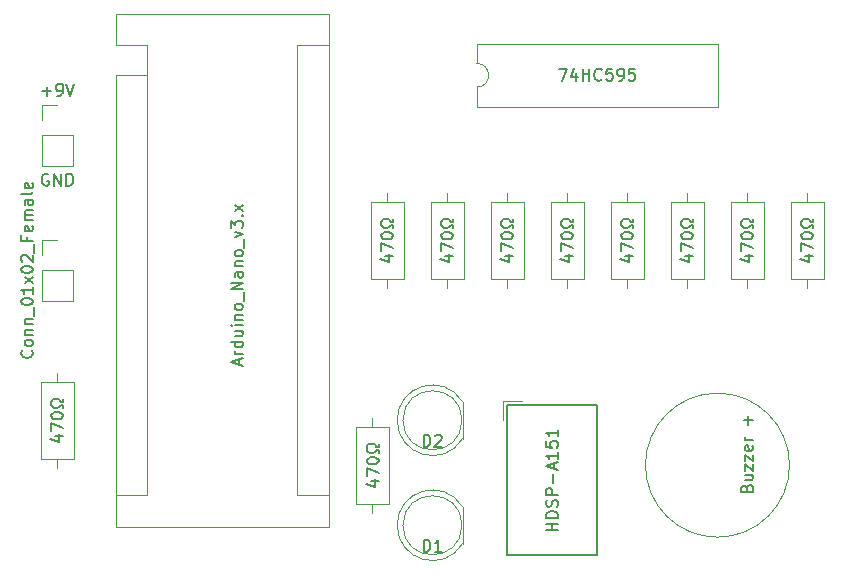
<source format=gbr>
G04 #@! TF.GenerationSoftware,KiCad,Pcbnew,(5.1.5)-3*
G04 #@! TF.CreationDate,2020-04-04T21:06:30+02:00*
G04 #@! TF.ProjectId,BuzzDuino,42757a7a-4475-4696-9e6f-2e6b69636164,rev?*
G04 #@! TF.SameCoordinates,Original*
G04 #@! TF.FileFunction,Legend,Top*
G04 #@! TF.FilePolarity,Positive*
%FSLAX46Y46*%
G04 Gerber Fmt 4.6, Leading zero omitted, Abs format (unit mm)*
G04 Created by KiCad (PCBNEW (5.1.5)-3) date 2020-04-04 21:06:30*
%MOMM*%
%LPD*%
G04 APERTURE LIST*
%ADD10C,0.120000*%
%ADD11C,0.150000*%
G04 APERTURE END LIST*
D10*
X137100000Y-78630000D02*
X137100000Y-80280000D01*
X157540000Y-78630000D02*
X137100000Y-78630000D01*
X157540000Y-83930000D02*
X157540000Y-78630000D01*
X137100000Y-83930000D02*
X157540000Y-83930000D01*
X137100000Y-82280000D02*
X137100000Y-83930000D01*
X137100000Y-80280000D02*
G75*
G02X137100000Y-82280000I0J-1000000D01*
G01*
X128270000Y-110260000D02*
X128270000Y-111030000D01*
X128270000Y-118340000D02*
X128270000Y-117570000D01*
X126900000Y-111030000D02*
X126900000Y-117570000D01*
X129640000Y-111030000D02*
X126900000Y-111030000D01*
X129640000Y-117570000D02*
X129640000Y-111030000D01*
X126900000Y-117570000D02*
X129640000Y-117570000D01*
X101600000Y-114530000D02*
X101600000Y-113760000D01*
X101600000Y-106450000D02*
X101600000Y-107220000D01*
X102970000Y-113760000D02*
X102970000Y-107220000D01*
X100230000Y-113760000D02*
X102970000Y-113760000D01*
X100230000Y-107220000D02*
X100230000Y-113760000D01*
X102970000Y-107220000D02*
X100230000Y-107220000D01*
X100270000Y-95190000D02*
X101600000Y-95190000D01*
X100270000Y-96520000D02*
X100270000Y-95190000D01*
X100270000Y-97790000D02*
X102930000Y-97790000D01*
X102930000Y-97790000D02*
X102930000Y-100390000D01*
X100270000Y-97790000D02*
X100270000Y-100390000D01*
X100270000Y-100390000D02*
X102930000Y-100390000D01*
X100270000Y-83760000D02*
X101600000Y-83760000D01*
X100270000Y-85090000D02*
X100270000Y-83760000D01*
X100270000Y-86360000D02*
X102930000Y-86360000D01*
X102930000Y-86360000D02*
X102930000Y-88960000D01*
X100270000Y-86360000D02*
X100270000Y-88960000D01*
X100270000Y-88960000D02*
X102930000Y-88960000D01*
X124590000Y-76070000D02*
X106550000Y-76070000D01*
X124590000Y-119510000D02*
X124590000Y-76070000D01*
X106550000Y-119510000D02*
X124590000Y-119510000D01*
X109220000Y-116840000D02*
X106550000Y-116840000D01*
X109220000Y-81280000D02*
X109220000Y-116840000D01*
X109220000Y-81280000D02*
X106550000Y-81280000D01*
X121920000Y-116840000D02*
X124590000Y-116840000D01*
X121920000Y-78740000D02*
X121920000Y-116840000D01*
X121920000Y-78740000D02*
X124590000Y-78740000D01*
X106550000Y-76070000D02*
X106550000Y-78740000D01*
X106550000Y-81280000D02*
X106550000Y-119510000D01*
X109220000Y-78740000D02*
X106550000Y-78740000D01*
X109220000Y-81280000D02*
X109220000Y-78740000D01*
X160020000Y-91210000D02*
X160020000Y-91980000D01*
X160020000Y-99290000D02*
X160020000Y-98520000D01*
X158650000Y-91980000D02*
X158650000Y-98520000D01*
X161390000Y-91980000D02*
X158650000Y-91980000D01*
X161390000Y-98520000D02*
X161390000Y-91980000D01*
X158650000Y-98520000D02*
X161390000Y-98520000D01*
X163580000Y-114290000D02*
G75*
G03X163580000Y-114290000I-6100000J0D01*
G01*
X139340000Y-108860000D02*
X140970000Y-108860000D01*
X139340000Y-110490000D02*
X139340000Y-108860000D01*
D11*
X147320000Y-121920000D02*
X147320000Y-109220000D01*
X139700000Y-121920000D02*
X147320000Y-121920000D01*
X139700000Y-109220000D02*
X139700000Y-121920000D01*
X147320000Y-109220000D02*
X139700000Y-109220000D01*
D10*
X154940000Y-91210000D02*
X154940000Y-91980000D01*
X154940000Y-99290000D02*
X154940000Y-98520000D01*
X153570000Y-91980000D02*
X153570000Y-98520000D01*
X156310000Y-91980000D02*
X153570000Y-91980000D01*
X156310000Y-98520000D02*
X156310000Y-91980000D01*
X153570000Y-98520000D02*
X156310000Y-98520000D01*
X149860000Y-91210000D02*
X149860000Y-91980000D01*
X149860000Y-99290000D02*
X149860000Y-98520000D01*
X148490000Y-91980000D02*
X148490000Y-98520000D01*
X151230000Y-91980000D02*
X148490000Y-91980000D01*
X151230000Y-98520000D02*
X151230000Y-91980000D01*
X148490000Y-98520000D02*
X151230000Y-98520000D01*
X144780000Y-91210000D02*
X144780000Y-91980000D01*
X144780000Y-99290000D02*
X144780000Y-98520000D01*
X143410000Y-91980000D02*
X143410000Y-98520000D01*
X146150000Y-91980000D02*
X143410000Y-91980000D01*
X146150000Y-98520000D02*
X146150000Y-91980000D01*
X143410000Y-98520000D02*
X146150000Y-98520000D01*
X139700000Y-91210000D02*
X139700000Y-91980000D01*
X139700000Y-99290000D02*
X139700000Y-98520000D01*
X138330000Y-91980000D02*
X138330000Y-98520000D01*
X141070000Y-91980000D02*
X138330000Y-91980000D01*
X141070000Y-98520000D02*
X141070000Y-91980000D01*
X138330000Y-98520000D02*
X141070000Y-98520000D01*
X134620000Y-91210000D02*
X134620000Y-91980000D01*
X134620000Y-99290000D02*
X134620000Y-98520000D01*
X133250000Y-91980000D02*
X133250000Y-98520000D01*
X135990000Y-91980000D02*
X133250000Y-91980000D01*
X135990000Y-98520000D02*
X135990000Y-91980000D01*
X133250000Y-98520000D02*
X135990000Y-98520000D01*
X129540000Y-91210000D02*
X129540000Y-91980000D01*
X129540000Y-99290000D02*
X129540000Y-98520000D01*
X128170000Y-91980000D02*
X128170000Y-98520000D01*
X130910000Y-91980000D02*
X128170000Y-91980000D01*
X130910000Y-98520000D02*
X130910000Y-91980000D01*
X128170000Y-98520000D02*
X130910000Y-98520000D01*
X165100000Y-91210000D02*
X165100000Y-91980000D01*
X165100000Y-99290000D02*
X165100000Y-98520000D01*
X163730000Y-91980000D02*
X163730000Y-98520000D01*
X166470000Y-91980000D02*
X163730000Y-91980000D01*
X166470000Y-98520000D02*
X166470000Y-91980000D01*
X163730000Y-98520000D02*
X166470000Y-98520000D01*
X135910000Y-112035000D02*
X135910000Y-108945000D01*
X135850000Y-110490000D02*
G75*
G03X135850000Y-110490000I-2500000J0D01*
G01*
X130360000Y-110490462D02*
G75*
G02X135910000Y-108945170I2990000J462D01*
G01*
X130360000Y-110489538D02*
G75*
G03X135910000Y-112034830I2990000J-462D01*
G01*
X135910000Y-120925000D02*
X135910000Y-117835000D01*
X135850000Y-119380000D02*
G75*
G03X135850000Y-119380000I-2500000J0D01*
G01*
X130360000Y-119380462D02*
G75*
G02X135910000Y-117835170I2990000J462D01*
G01*
X130360000Y-119379538D02*
G75*
G03X135910000Y-120924830I2990000J-462D01*
G01*
D11*
X144058095Y-80732380D02*
X144724761Y-80732380D01*
X144296190Y-81732380D01*
X145534285Y-81065714D02*
X145534285Y-81732380D01*
X145296190Y-80684761D02*
X145058095Y-81399047D01*
X145677142Y-81399047D01*
X146058095Y-81732380D02*
X146058095Y-80732380D01*
X146058095Y-81208571D02*
X146629523Y-81208571D01*
X146629523Y-81732380D02*
X146629523Y-80732380D01*
X147677142Y-81637142D02*
X147629523Y-81684761D01*
X147486666Y-81732380D01*
X147391428Y-81732380D01*
X147248571Y-81684761D01*
X147153333Y-81589523D01*
X147105714Y-81494285D01*
X147058095Y-81303809D01*
X147058095Y-81160952D01*
X147105714Y-80970476D01*
X147153333Y-80875238D01*
X147248571Y-80780000D01*
X147391428Y-80732380D01*
X147486666Y-80732380D01*
X147629523Y-80780000D01*
X147677142Y-80827619D01*
X148581904Y-80732380D02*
X148105714Y-80732380D01*
X148058095Y-81208571D01*
X148105714Y-81160952D01*
X148200952Y-81113333D01*
X148439047Y-81113333D01*
X148534285Y-81160952D01*
X148581904Y-81208571D01*
X148629523Y-81303809D01*
X148629523Y-81541904D01*
X148581904Y-81637142D01*
X148534285Y-81684761D01*
X148439047Y-81732380D01*
X148200952Y-81732380D01*
X148105714Y-81684761D01*
X148058095Y-81637142D01*
X149105714Y-81732380D02*
X149296190Y-81732380D01*
X149391428Y-81684761D01*
X149439047Y-81637142D01*
X149534285Y-81494285D01*
X149581904Y-81303809D01*
X149581904Y-80922857D01*
X149534285Y-80827619D01*
X149486666Y-80780000D01*
X149391428Y-80732380D01*
X149200952Y-80732380D01*
X149105714Y-80780000D01*
X149058095Y-80827619D01*
X149010476Y-80922857D01*
X149010476Y-81160952D01*
X149058095Y-81256190D01*
X149105714Y-81303809D01*
X149200952Y-81351428D01*
X149391428Y-81351428D01*
X149486666Y-81303809D01*
X149534285Y-81256190D01*
X149581904Y-81160952D01*
X150486666Y-80732380D02*
X150010476Y-80732380D01*
X149962857Y-81208571D01*
X150010476Y-81160952D01*
X150105714Y-81113333D01*
X150343809Y-81113333D01*
X150439047Y-81160952D01*
X150486666Y-81208571D01*
X150534285Y-81303809D01*
X150534285Y-81541904D01*
X150486666Y-81637142D01*
X150439047Y-81684761D01*
X150343809Y-81732380D01*
X150105714Y-81732380D01*
X150010476Y-81684761D01*
X149962857Y-81637142D01*
X128115714Y-115633333D02*
X128782380Y-115633333D01*
X127734761Y-115871428D02*
X128449047Y-116109523D01*
X128449047Y-115490476D01*
X127782380Y-115204761D02*
X127782380Y-114538095D01*
X128782380Y-114966666D01*
X127782380Y-113966666D02*
X127782380Y-113871428D01*
X127830000Y-113776190D01*
X127877619Y-113728571D01*
X127972857Y-113680952D01*
X128163333Y-113633333D01*
X128401428Y-113633333D01*
X128591904Y-113680952D01*
X128687142Y-113728571D01*
X128734761Y-113776190D01*
X128782380Y-113871428D01*
X128782380Y-113966666D01*
X128734761Y-114061904D01*
X128687142Y-114109523D01*
X128591904Y-114157142D01*
X128401428Y-114204761D01*
X128163333Y-114204761D01*
X127972857Y-114157142D01*
X127877619Y-114109523D01*
X127830000Y-114061904D01*
X127782380Y-113966666D01*
X128782380Y-113252380D02*
X128782380Y-113014285D01*
X128591904Y-113014285D01*
X128544285Y-113109523D01*
X128449047Y-113204761D01*
X128306190Y-113252380D01*
X128068095Y-113252380D01*
X127925238Y-113204761D01*
X127830000Y-113109523D01*
X127782380Y-112966666D01*
X127782380Y-112776190D01*
X127830000Y-112633333D01*
X127925238Y-112538095D01*
X128068095Y-112490476D01*
X128306190Y-112490476D01*
X128449047Y-112538095D01*
X128544285Y-112633333D01*
X128591904Y-112728571D01*
X128782380Y-112728571D01*
X128782380Y-112490476D01*
X101385714Y-111823333D02*
X102052380Y-111823333D01*
X101004761Y-112061428D02*
X101719047Y-112299523D01*
X101719047Y-111680476D01*
X101052380Y-111394761D02*
X101052380Y-110728095D01*
X102052380Y-111156666D01*
X101052380Y-110156666D02*
X101052380Y-110061428D01*
X101100000Y-109966190D01*
X101147619Y-109918571D01*
X101242857Y-109870952D01*
X101433333Y-109823333D01*
X101671428Y-109823333D01*
X101861904Y-109870952D01*
X101957142Y-109918571D01*
X102004761Y-109966190D01*
X102052380Y-110061428D01*
X102052380Y-110156666D01*
X102004761Y-110251904D01*
X101957142Y-110299523D01*
X101861904Y-110347142D01*
X101671428Y-110394761D01*
X101433333Y-110394761D01*
X101242857Y-110347142D01*
X101147619Y-110299523D01*
X101100000Y-110251904D01*
X101052380Y-110156666D01*
X102052380Y-109442380D02*
X102052380Y-109204285D01*
X101861904Y-109204285D01*
X101814285Y-109299523D01*
X101719047Y-109394761D01*
X101576190Y-109442380D01*
X101338095Y-109442380D01*
X101195238Y-109394761D01*
X101100000Y-109299523D01*
X101052380Y-109156666D01*
X101052380Y-108966190D01*
X101100000Y-108823333D01*
X101195238Y-108728095D01*
X101338095Y-108680476D01*
X101576190Y-108680476D01*
X101719047Y-108728095D01*
X101814285Y-108823333D01*
X101861904Y-108918571D01*
X102052380Y-108918571D01*
X102052380Y-108680476D01*
X99417142Y-104575714D02*
X99464761Y-104623333D01*
X99512380Y-104766190D01*
X99512380Y-104861428D01*
X99464761Y-105004285D01*
X99369523Y-105099523D01*
X99274285Y-105147142D01*
X99083809Y-105194761D01*
X98940952Y-105194761D01*
X98750476Y-105147142D01*
X98655238Y-105099523D01*
X98560000Y-105004285D01*
X98512380Y-104861428D01*
X98512380Y-104766190D01*
X98560000Y-104623333D01*
X98607619Y-104575714D01*
X99512380Y-104004285D02*
X99464761Y-104099523D01*
X99417142Y-104147142D01*
X99321904Y-104194761D01*
X99036190Y-104194761D01*
X98940952Y-104147142D01*
X98893333Y-104099523D01*
X98845714Y-104004285D01*
X98845714Y-103861428D01*
X98893333Y-103766190D01*
X98940952Y-103718571D01*
X99036190Y-103670952D01*
X99321904Y-103670952D01*
X99417142Y-103718571D01*
X99464761Y-103766190D01*
X99512380Y-103861428D01*
X99512380Y-104004285D01*
X98845714Y-103242380D02*
X99512380Y-103242380D01*
X98940952Y-103242380D02*
X98893333Y-103194761D01*
X98845714Y-103099523D01*
X98845714Y-102956666D01*
X98893333Y-102861428D01*
X98988571Y-102813809D01*
X99512380Y-102813809D01*
X98845714Y-102337619D02*
X99512380Y-102337619D01*
X98940952Y-102337619D02*
X98893333Y-102290000D01*
X98845714Y-102194761D01*
X98845714Y-102051904D01*
X98893333Y-101956666D01*
X98988571Y-101909047D01*
X99512380Y-101909047D01*
X99607619Y-101670952D02*
X99607619Y-100909047D01*
X98512380Y-100480476D02*
X98512380Y-100385238D01*
X98560000Y-100290000D01*
X98607619Y-100242380D01*
X98702857Y-100194761D01*
X98893333Y-100147142D01*
X99131428Y-100147142D01*
X99321904Y-100194761D01*
X99417142Y-100242380D01*
X99464761Y-100290000D01*
X99512380Y-100385238D01*
X99512380Y-100480476D01*
X99464761Y-100575714D01*
X99417142Y-100623333D01*
X99321904Y-100670952D01*
X99131428Y-100718571D01*
X98893333Y-100718571D01*
X98702857Y-100670952D01*
X98607619Y-100623333D01*
X98560000Y-100575714D01*
X98512380Y-100480476D01*
X99512380Y-99194761D02*
X99512380Y-99766190D01*
X99512380Y-99480476D02*
X98512380Y-99480476D01*
X98655238Y-99575714D01*
X98750476Y-99670952D01*
X98798095Y-99766190D01*
X99512380Y-98861428D02*
X98845714Y-98337619D01*
X98845714Y-98861428D02*
X99512380Y-98337619D01*
X98512380Y-97766190D02*
X98512380Y-97670952D01*
X98560000Y-97575714D01*
X98607619Y-97528095D01*
X98702857Y-97480476D01*
X98893333Y-97432857D01*
X99131428Y-97432857D01*
X99321904Y-97480476D01*
X99417142Y-97528095D01*
X99464761Y-97575714D01*
X99512380Y-97670952D01*
X99512380Y-97766190D01*
X99464761Y-97861428D01*
X99417142Y-97909047D01*
X99321904Y-97956666D01*
X99131428Y-98004285D01*
X98893333Y-98004285D01*
X98702857Y-97956666D01*
X98607619Y-97909047D01*
X98560000Y-97861428D01*
X98512380Y-97766190D01*
X98607619Y-97051904D02*
X98560000Y-97004285D01*
X98512380Y-96909047D01*
X98512380Y-96670952D01*
X98560000Y-96575714D01*
X98607619Y-96528095D01*
X98702857Y-96480476D01*
X98798095Y-96480476D01*
X98940952Y-96528095D01*
X99512380Y-97099523D01*
X99512380Y-96480476D01*
X99607619Y-96290000D02*
X99607619Y-95528095D01*
X98988571Y-94956666D02*
X98988571Y-95290000D01*
X99512380Y-95290000D02*
X98512380Y-95290000D01*
X98512380Y-94813809D01*
X99464761Y-94051904D02*
X99512380Y-94147142D01*
X99512380Y-94337619D01*
X99464761Y-94432857D01*
X99369523Y-94480476D01*
X98988571Y-94480476D01*
X98893333Y-94432857D01*
X98845714Y-94337619D01*
X98845714Y-94147142D01*
X98893333Y-94051904D01*
X98988571Y-94004285D01*
X99083809Y-94004285D01*
X99179047Y-94480476D01*
X99512380Y-93575714D02*
X98845714Y-93575714D01*
X98940952Y-93575714D02*
X98893333Y-93528095D01*
X98845714Y-93432857D01*
X98845714Y-93290000D01*
X98893333Y-93194761D01*
X98988571Y-93147142D01*
X99512380Y-93147142D01*
X98988571Y-93147142D02*
X98893333Y-93099523D01*
X98845714Y-93004285D01*
X98845714Y-92861428D01*
X98893333Y-92766190D01*
X98988571Y-92718571D01*
X99512380Y-92718571D01*
X99512380Y-91813809D02*
X98988571Y-91813809D01*
X98893333Y-91861428D01*
X98845714Y-91956666D01*
X98845714Y-92147142D01*
X98893333Y-92242380D01*
X99464761Y-91813809D02*
X99512380Y-91909047D01*
X99512380Y-92147142D01*
X99464761Y-92242380D01*
X99369523Y-92290000D01*
X99274285Y-92290000D01*
X99179047Y-92242380D01*
X99131428Y-92147142D01*
X99131428Y-91909047D01*
X99083809Y-91813809D01*
X99512380Y-91194761D02*
X99464761Y-91290000D01*
X99369523Y-91337619D01*
X98512380Y-91337619D01*
X99464761Y-90432857D02*
X99512380Y-90528095D01*
X99512380Y-90718571D01*
X99464761Y-90813809D01*
X99369523Y-90861428D01*
X98988571Y-90861428D01*
X98893333Y-90813809D01*
X98845714Y-90718571D01*
X98845714Y-90528095D01*
X98893333Y-90432857D01*
X98988571Y-90385238D01*
X99083809Y-90385238D01*
X99179047Y-90861428D01*
X100838095Y-89670000D02*
X100742857Y-89622380D01*
X100600000Y-89622380D01*
X100457142Y-89670000D01*
X100361904Y-89765238D01*
X100314285Y-89860476D01*
X100266666Y-90050952D01*
X100266666Y-90193809D01*
X100314285Y-90384285D01*
X100361904Y-90479523D01*
X100457142Y-90574761D01*
X100600000Y-90622380D01*
X100695238Y-90622380D01*
X100838095Y-90574761D01*
X100885714Y-90527142D01*
X100885714Y-90193809D01*
X100695238Y-90193809D01*
X101314285Y-90622380D02*
X101314285Y-89622380D01*
X101885714Y-90622380D01*
X101885714Y-89622380D01*
X102361904Y-90622380D02*
X102361904Y-89622380D01*
X102600000Y-89622380D01*
X102742857Y-89670000D01*
X102838095Y-89765238D01*
X102885714Y-89860476D01*
X102933333Y-90050952D01*
X102933333Y-90193809D01*
X102885714Y-90384285D01*
X102838095Y-90479523D01*
X102742857Y-90574761D01*
X102600000Y-90622380D01*
X102361904Y-90622380D01*
X100314285Y-82621428D02*
X101076190Y-82621428D01*
X100695238Y-83002380D02*
X100695238Y-82240476D01*
X101600000Y-83002380D02*
X101790476Y-83002380D01*
X101885714Y-82954761D01*
X101933333Y-82907142D01*
X102028571Y-82764285D01*
X102076190Y-82573809D01*
X102076190Y-82192857D01*
X102028571Y-82097619D01*
X101980952Y-82050000D01*
X101885714Y-82002380D01*
X101695238Y-82002380D01*
X101600000Y-82050000D01*
X101552380Y-82097619D01*
X101504761Y-82192857D01*
X101504761Y-82430952D01*
X101552380Y-82526190D01*
X101600000Y-82573809D01*
X101695238Y-82621428D01*
X101885714Y-82621428D01*
X101980952Y-82573809D01*
X102028571Y-82526190D01*
X102076190Y-82430952D01*
X102361904Y-82002380D02*
X102695238Y-83002380D01*
X103028571Y-82002380D01*
X117006666Y-105798095D02*
X117006666Y-105321904D01*
X117292380Y-105893333D02*
X116292380Y-105560000D01*
X117292380Y-105226666D01*
X117292380Y-104893333D02*
X116625714Y-104893333D01*
X116816190Y-104893333D02*
X116720952Y-104845714D01*
X116673333Y-104798095D01*
X116625714Y-104702857D01*
X116625714Y-104607619D01*
X117292380Y-103845714D02*
X116292380Y-103845714D01*
X117244761Y-103845714D02*
X117292380Y-103940952D01*
X117292380Y-104131428D01*
X117244761Y-104226666D01*
X117197142Y-104274285D01*
X117101904Y-104321904D01*
X116816190Y-104321904D01*
X116720952Y-104274285D01*
X116673333Y-104226666D01*
X116625714Y-104131428D01*
X116625714Y-103940952D01*
X116673333Y-103845714D01*
X116625714Y-102940952D02*
X117292380Y-102940952D01*
X116625714Y-103369523D02*
X117149523Y-103369523D01*
X117244761Y-103321904D01*
X117292380Y-103226666D01*
X117292380Y-103083809D01*
X117244761Y-102988571D01*
X117197142Y-102940952D01*
X117292380Y-102464761D02*
X116625714Y-102464761D01*
X116292380Y-102464761D02*
X116340000Y-102512380D01*
X116387619Y-102464761D01*
X116340000Y-102417142D01*
X116292380Y-102464761D01*
X116387619Y-102464761D01*
X116625714Y-101988571D02*
X117292380Y-101988571D01*
X116720952Y-101988571D02*
X116673333Y-101940952D01*
X116625714Y-101845714D01*
X116625714Y-101702857D01*
X116673333Y-101607619D01*
X116768571Y-101560000D01*
X117292380Y-101560000D01*
X117292380Y-100940952D02*
X117244761Y-101036190D01*
X117197142Y-101083809D01*
X117101904Y-101131428D01*
X116816190Y-101131428D01*
X116720952Y-101083809D01*
X116673333Y-101036190D01*
X116625714Y-100940952D01*
X116625714Y-100798095D01*
X116673333Y-100702857D01*
X116720952Y-100655238D01*
X116816190Y-100607619D01*
X117101904Y-100607619D01*
X117197142Y-100655238D01*
X117244761Y-100702857D01*
X117292380Y-100798095D01*
X117292380Y-100940952D01*
X117387619Y-100417142D02*
X117387619Y-99655238D01*
X117292380Y-99417142D02*
X116292380Y-99417142D01*
X117292380Y-98845714D01*
X116292380Y-98845714D01*
X117292380Y-97940952D02*
X116768571Y-97940952D01*
X116673333Y-97988571D01*
X116625714Y-98083809D01*
X116625714Y-98274285D01*
X116673333Y-98369523D01*
X117244761Y-97940952D02*
X117292380Y-98036190D01*
X117292380Y-98274285D01*
X117244761Y-98369523D01*
X117149523Y-98417142D01*
X117054285Y-98417142D01*
X116959047Y-98369523D01*
X116911428Y-98274285D01*
X116911428Y-98036190D01*
X116863809Y-97940952D01*
X116625714Y-97464761D02*
X117292380Y-97464761D01*
X116720952Y-97464761D02*
X116673333Y-97417142D01*
X116625714Y-97321904D01*
X116625714Y-97179047D01*
X116673333Y-97083809D01*
X116768571Y-97036190D01*
X117292380Y-97036190D01*
X117292380Y-96417142D02*
X117244761Y-96512380D01*
X117197142Y-96560000D01*
X117101904Y-96607619D01*
X116816190Y-96607619D01*
X116720952Y-96560000D01*
X116673333Y-96512380D01*
X116625714Y-96417142D01*
X116625714Y-96274285D01*
X116673333Y-96179047D01*
X116720952Y-96131428D01*
X116816190Y-96083809D01*
X117101904Y-96083809D01*
X117197142Y-96131428D01*
X117244761Y-96179047D01*
X117292380Y-96274285D01*
X117292380Y-96417142D01*
X117387619Y-95893333D02*
X117387619Y-95131428D01*
X116625714Y-94988571D02*
X117292380Y-94750476D01*
X116625714Y-94512380D01*
X116292380Y-94226666D02*
X116292380Y-93607619D01*
X116673333Y-93940952D01*
X116673333Y-93798095D01*
X116720952Y-93702857D01*
X116768571Y-93655238D01*
X116863809Y-93607619D01*
X117101904Y-93607619D01*
X117197142Y-93655238D01*
X117244761Y-93702857D01*
X117292380Y-93798095D01*
X117292380Y-94083809D01*
X117244761Y-94179047D01*
X117197142Y-94226666D01*
X117197142Y-93179047D02*
X117244761Y-93131428D01*
X117292380Y-93179047D01*
X117244761Y-93226666D01*
X117197142Y-93179047D01*
X117292380Y-93179047D01*
X117292380Y-92798095D02*
X116625714Y-92274285D01*
X116625714Y-92798095D02*
X117292380Y-92274285D01*
X159805714Y-96583333D02*
X160472380Y-96583333D01*
X159424761Y-96821428D02*
X160139047Y-97059523D01*
X160139047Y-96440476D01*
X159472380Y-96154761D02*
X159472380Y-95488095D01*
X160472380Y-95916666D01*
X159472380Y-94916666D02*
X159472380Y-94821428D01*
X159520000Y-94726190D01*
X159567619Y-94678571D01*
X159662857Y-94630952D01*
X159853333Y-94583333D01*
X160091428Y-94583333D01*
X160281904Y-94630952D01*
X160377142Y-94678571D01*
X160424761Y-94726190D01*
X160472380Y-94821428D01*
X160472380Y-94916666D01*
X160424761Y-95011904D01*
X160377142Y-95059523D01*
X160281904Y-95107142D01*
X160091428Y-95154761D01*
X159853333Y-95154761D01*
X159662857Y-95107142D01*
X159567619Y-95059523D01*
X159520000Y-95011904D01*
X159472380Y-94916666D01*
X160472380Y-94202380D02*
X160472380Y-93964285D01*
X160281904Y-93964285D01*
X160234285Y-94059523D01*
X160139047Y-94154761D01*
X159996190Y-94202380D01*
X159758095Y-94202380D01*
X159615238Y-94154761D01*
X159520000Y-94059523D01*
X159472380Y-93916666D01*
X159472380Y-93726190D01*
X159520000Y-93583333D01*
X159615238Y-93488095D01*
X159758095Y-93440476D01*
X159996190Y-93440476D01*
X160139047Y-93488095D01*
X160234285Y-93583333D01*
X160281904Y-93678571D01*
X160472380Y-93678571D01*
X160472380Y-93440476D01*
X159948571Y-116228571D02*
X159996190Y-116085714D01*
X160043809Y-116038095D01*
X160139047Y-115990476D01*
X160281904Y-115990476D01*
X160377142Y-116038095D01*
X160424761Y-116085714D01*
X160472380Y-116180952D01*
X160472380Y-116561904D01*
X159472380Y-116561904D01*
X159472380Y-116228571D01*
X159520000Y-116133333D01*
X159567619Y-116085714D01*
X159662857Y-116038095D01*
X159758095Y-116038095D01*
X159853333Y-116085714D01*
X159900952Y-116133333D01*
X159948571Y-116228571D01*
X159948571Y-116561904D01*
X159805714Y-115133333D02*
X160472380Y-115133333D01*
X159805714Y-115561904D02*
X160329523Y-115561904D01*
X160424761Y-115514285D01*
X160472380Y-115419047D01*
X160472380Y-115276190D01*
X160424761Y-115180952D01*
X160377142Y-115133333D01*
X159805714Y-114752380D02*
X159805714Y-114228571D01*
X160472380Y-114752380D01*
X160472380Y-114228571D01*
X159805714Y-113942857D02*
X159805714Y-113419047D01*
X160472380Y-113942857D01*
X160472380Y-113419047D01*
X160424761Y-112657142D02*
X160472380Y-112752380D01*
X160472380Y-112942857D01*
X160424761Y-113038095D01*
X160329523Y-113085714D01*
X159948571Y-113085714D01*
X159853333Y-113038095D01*
X159805714Y-112942857D01*
X159805714Y-112752380D01*
X159853333Y-112657142D01*
X159948571Y-112609523D01*
X160043809Y-112609523D01*
X160139047Y-113085714D01*
X160472380Y-112180952D02*
X159805714Y-112180952D01*
X159996190Y-112180952D02*
X159900952Y-112133333D01*
X159853333Y-112085714D01*
X159805714Y-111990476D01*
X159805714Y-111895238D01*
X160091428Y-110860952D02*
X160091428Y-110099047D01*
X160472380Y-110480000D02*
X159710476Y-110480000D01*
X143962380Y-119808095D02*
X142962380Y-119808095D01*
X143438571Y-119808095D02*
X143438571Y-119236666D01*
X143962380Y-119236666D02*
X142962380Y-119236666D01*
X143962380Y-118760476D02*
X142962380Y-118760476D01*
X142962380Y-118522380D01*
X143010000Y-118379523D01*
X143105238Y-118284285D01*
X143200476Y-118236666D01*
X143390952Y-118189047D01*
X143533809Y-118189047D01*
X143724285Y-118236666D01*
X143819523Y-118284285D01*
X143914761Y-118379523D01*
X143962380Y-118522380D01*
X143962380Y-118760476D01*
X143914761Y-117808095D02*
X143962380Y-117665238D01*
X143962380Y-117427142D01*
X143914761Y-117331904D01*
X143867142Y-117284285D01*
X143771904Y-117236666D01*
X143676666Y-117236666D01*
X143581428Y-117284285D01*
X143533809Y-117331904D01*
X143486190Y-117427142D01*
X143438571Y-117617619D01*
X143390952Y-117712857D01*
X143343333Y-117760476D01*
X143248095Y-117808095D01*
X143152857Y-117808095D01*
X143057619Y-117760476D01*
X143010000Y-117712857D01*
X142962380Y-117617619D01*
X142962380Y-117379523D01*
X143010000Y-117236666D01*
X143962380Y-116808095D02*
X142962380Y-116808095D01*
X142962380Y-116427142D01*
X143010000Y-116331904D01*
X143057619Y-116284285D01*
X143152857Y-116236666D01*
X143295714Y-116236666D01*
X143390952Y-116284285D01*
X143438571Y-116331904D01*
X143486190Y-116427142D01*
X143486190Y-116808095D01*
X143581428Y-115808095D02*
X143581428Y-115046190D01*
X143676666Y-114617619D02*
X143676666Y-114141428D01*
X143962380Y-114712857D02*
X142962380Y-114379523D01*
X143962380Y-114046190D01*
X143962380Y-113189047D02*
X143962380Y-113760476D01*
X143962380Y-113474761D02*
X142962380Y-113474761D01*
X143105238Y-113570000D01*
X143200476Y-113665238D01*
X143248095Y-113760476D01*
X142962380Y-112284285D02*
X142962380Y-112760476D01*
X143438571Y-112808095D01*
X143390952Y-112760476D01*
X143343333Y-112665238D01*
X143343333Y-112427142D01*
X143390952Y-112331904D01*
X143438571Y-112284285D01*
X143533809Y-112236666D01*
X143771904Y-112236666D01*
X143867142Y-112284285D01*
X143914761Y-112331904D01*
X143962380Y-112427142D01*
X143962380Y-112665238D01*
X143914761Y-112760476D01*
X143867142Y-112808095D01*
X143962380Y-111284285D02*
X143962380Y-111855714D01*
X143962380Y-111570000D02*
X142962380Y-111570000D01*
X143105238Y-111665238D01*
X143200476Y-111760476D01*
X143248095Y-111855714D01*
X154725714Y-96583333D02*
X155392380Y-96583333D01*
X154344761Y-96821428D02*
X155059047Y-97059523D01*
X155059047Y-96440476D01*
X154392380Y-96154761D02*
X154392380Y-95488095D01*
X155392380Y-95916666D01*
X154392380Y-94916666D02*
X154392380Y-94821428D01*
X154440000Y-94726190D01*
X154487619Y-94678571D01*
X154582857Y-94630952D01*
X154773333Y-94583333D01*
X155011428Y-94583333D01*
X155201904Y-94630952D01*
X155297142Y-94678571D01*
X155344761Y-94726190D01*
X155392380Y-94821428D01*
X155392380Y-94916666D01*
X155344761Y-95011904D01*
X155297142Y-95059523D01*
X155201904Y-95107142D01*
X155011428Y-95154761D01*
X154773333Y-95154761D01*
X154582857Y-95107142D01*
X154487619Y-95059523D01*
X154440000Y-95011904D01*
X154392380Y-94916666D01*
X155392380Y-94202380D02*
X155392380Y-93964285D01*
X155201904Y-93964285D01*
X155154285Y-94059523D01*
X155059047Y-94154761D01*
X154916190Y-94202380D01*
X154678095Y-94202380D01*
X154535238Y-94154761D01*
X154440000Y-94059523D01*
X154392380Y-93916666D01*
X154392380Y-93726190D01*
X154440000Y-93583333D01*
X154535238Y-93488095D01*
X154678095Y-93440476D01*
X154916190Y-93440476D01*
X155059047Y-93488095D01*
X155154285Y-93583333D01*
X155201904Y-93678571D01*
X155392380Y-93678571D01*
X155392380Y-93440476D01*
X149645714Y-96583333D02*
X150312380Y-96583333D01*
X149264761Y-96821428D02*
X149979047Y-97059523D01*
X149979047Y-96440476D01*
X149312380Y-96154761D02*
X149312380Y-95488095D01*
X150312380Y-95916666D01*
X149312380Y-94916666D02*
X149312380Y-94821428D01*
X149360000Y-94726190D01*
X149407619Y-94678571D01*
X149502857Y-94630952D01*
X149693333Y-94583333D01*
X149931428Y-94583333D01*
X150121904Y-94630952D01*
X150217142Y-94678571D01*
X150264761Y-94726190D01*
X150312380Y-94821428D01*
X150312380Y-94916666D01*
X150264761Y-95011904D01*
X150217142Y-95059523D01*
X150121904Y-95107142D01*
X149931428Y-95154761D01*
X149693333Y-95154761D01*
X149502857Y-95107142D01*
X149407619Y-95059523D01*
X149360000Y-95011904D01*
X149312380Y-94916666D01*
X150312380Y-94202380D02*
X150312380Y-93964285D01*
X150121904Y-93964285D01*
X150074285Y-94059523D01*
X149979047Y-94154761D01*
X149836190Y-94202380D01*
X149598095Y-94202380D01*
X149455238Y-94154761D01*
X149360000Y-94059523D01*
X149312380Y-93916666D01*
X149312380Y-93726190D01*
X149360000Y-93583333D01*
X149455238Y-93488095D01*
X149598095Y-93440476D01*
X149836190Y-93440476D01*
X149979047Y-93488095D01*
X150074285Y-93583333D01*
X150121904Y-93678571D01*
X150312380Y-93678571D01*
X150312380Y-93440476D01*
X144565714Y-96583333D02*
X145232380Y-96583333D01*
X144184761Y-96821428D02*
X144899047Y-97059523D01*
X144899047Y-96440476D01*
X144232380Y-96154761D02*
X144232380Y-95488095D01*
X145232380Y-95916666D01*
X144232380Y-94916666D02*
X144232380Y-94821428D01*
X144280000Y-94726190D01*
X144327619Y-94678571D01*
X144422857Y-94630952D01*
X144613333Y-94583333D01*
X144851428Y-94583333D01*
X145041904Y-94630952D01*
X145137142Y-94678571D01*
X145184761Y-94726190D01*
X145232380Y-94821428D01*
X145232380Y-94916666D01*
X145184761Y-95011904D01*
X145137142Y-95059523D01*
X145041904Y-95107142D01*
X144851428Y-95154761D01*
X144613333Y-95154761D01*
X144422857Y-95107142D01*
X144327619Y-95059523D01*
X144280000Y-95011904D01*
X144232380Y-94916666D01*
X145232380Y-94202380D02*
X145232380Y-93964285D01*
X145041904Y-93964285D01*
X144994285Y-94059523D01*
X144899047Y-94154761D01*
X144756190Y-94202380D01*
X144518095Y-94202380D01*
X144375238Y-94154761D01*
X144280000Y-94059523D01*
X144232380Y-93916666D01*
X144232380Y-93726190D01*
X144280000Y-93583333D01*
X144375238Y-93488095D01*
X144518095Y-93440476D01*
X144756190Y-93440476D01*
X144899047Y-93488095D01*
X144994285Y-93583333D01*
X145041904Y-93678571D01*
X145232380Y-93678571D01*
X145232380Y-93440476D01*
X139485714Y-96583333D02*
X140152380Y-96583333D01*
X139104761Y-96821428D02*
X139819047Y-97059523D01*
X139819047Y-96440476D01*
X139152380Y-96154761D02*
X139152380Y-95488095D01*
X140152380Y-95916666D01*
X139152380Y-94916666D02*
X139152380Y-94821428D01*
X139200000Y-94726190D01*
X139247619Y-94678571D01*
X139342857Y-94630952D01*
X139533333Y-94583333D01*
X139771428Y-94583333D01*
X139961904Y-94630952D01*
X140057142Y-94678571D01*
X140104761Y-94726190D01*
X140152380Y-94821428D01*
X140152380Y-94916666D01*
X140104761Y-95011904D01*
X140057142Y-95059523D01*
X139961904Y-95107142D01*
X139771428Y-95154761D01*
X139533333Y-95154761D01*
X139342857Y-95107142D01*
X139247619Y-95059523D01*
X139200000Y-95011904D01*
X139152380Y-94916666D01*
X140152380Y-94202380D02*
X140152380Y-93964285D01*
X139961904Y-93964285D01*
X139914285Y-94059523D01*
X139819047Y-94154761D01*
X139676190Y-94202380D01*
X139438095Y-94202380D01*
X139295238Y-94154761D01*
X139200000Y-94059523D01*
X139152380Y-93916666D01*
X139152380Y-93726190D01*
X139200000Y-93583333D01*
X139295238Y-93488095D01*
X139438095Y-93440476D01*
X139676190Y-93440476D01*
X139819047Y-93488095D01*
X139914285Y-93583333D01*
X139961904Y-93678571D01*
X140152380Y-93678571D01*
X140152380Y-93440476D01*
X134405714Y-96583333D02*
X135072380Y-96583333D01*
X134024761Y-96821428D02*
X134739047Y-97059523D01*
X134739047Y-96440476D01*
X134072380Y-96154761D02*
X134072380Y-95488095D01*
X135072380Y-95916666D01*
X134072380Y-94916666D02*
X134072380Y-94821428D01*
X134120000Y-94726190D01*
X134167619Y-94678571D01*
X134262857Y-94630952D01*
X134453333Y-94583333D01*
X134691428Y-94583333D01*
X134881904Y-94630952D01*
X134977142Y-94678571D01*
X135024761Y-94726190D01*
X135072380Y-94821428D01*
X135072380Y-94916666D01*
X135024761Y-95011904D01*
X134977142Y-95059523D01*
X134881904Y-95107142D01*
X134691428Y-95154761D01*
X134453333Y-95154761D01*
X134262857Y-95107142D01*
X134167619Y-95059523D01*
X134120000Y-95011904D01*
X134072380Y-94916666D01*
X135072380Y-94202380D02*
X135072380Y-93964285D01*
X134881904Y-93964285D01*
X134834285Y-94059523D01*
X134739047Y-94154761D01*
X134596190Y-94202380D01*
X134358095Y-94202380D01*
X134215238Y-94154761D01*
X134120000Y-94059523D01*
X134072380Y-93916666D01*
X134072380Y-93726190D01*
X134120000Y-93583333D01*
X134215238Y-93488095D01*
X134358095Y-93440476D01*
X134596190Y-93440476D01*
X134739047Y-93488095D01*
X134834285Y-93583333D01*
X134881904Y-93678571D01*
X135072380Y-93678571D01*
X135072380Y-93440476D01*
X129325714Y-96583333D02*
X129992380Y-96583333D01*
X128944761Y-96821428D02*
X129659047Y-97059523D01*
X129659047Y-96440476D01*
X128992380Y-96154761D02*
X128992380Y-95488095D01*
X129992380Y-95916666D01*
X128992380Y-94916666D02*
X128992380Y-94821428D01*
X129040000Y-94726190D01*
X129087619Y-94678571D01*
X129182857Y-94630952D01*
X129373333Y-94583333D01*
X129611428Y-94583333D01*
X129801904Y-94630952D01*
X129897142Y-94678571D01*
X129944761Y-94726190D01*
X129992380Y-94821428D01*
X129992380Y-94916666D01*
X129944761Y-95011904D01*
X129897142Y-95059523D01*
X129801904Y-95107142D01*
X129611428Y-95154761D01*
X129373333Y-95154761D01*
X129182857Y-95107142D01*
X129087619Y-95059523D01*
X129040000Y-95011904D01*
X128992380Y-94916666D01*
X129992380Y-94202380D02*
X129992380Y-93964285D01*
X129801904Y-93964285D01*
X129754285Y-94059523D01*
X129659047Y-94154761D01*
X129516190Y-94202380D01*
X129278095Y-94202380D01*
X129135238Y-94154761D01*
X129040000Y-94059523D01*
X128992380Y-93916666D01*
X128992380Y-93726190D01*
X129040000Y-93583333D01*
X129135238Y-93488095D01*
X129278095Y-93440476D01*
X129516190Y-93440476D01*
X129659047Y-93488095D01*
X129754285Y-93583333D01*
X129801904Y-93678571D01*
X129992380Y-93678571D01*
X129992380Y-93440476D01*
X164885714Y-96583333D02*
X165552380Y-96583333D01*
X164504761Y-96821428D02*
X165219047Y-97059523D01*
X165219047Y-96440476D01*
X164552380Y-96154761D02*
X164552380Y-95488095D01*
X165552380Y-95916666D01*
X164552380Y-94916666D02*
X164552380Y-94821428D01*
X164600000Y-94726190D01*
X164647619Y-94678571D01*
X164742857Y-94630952D01*
X164933333Y-94583333D01*
X165171428Y-94583333D01*
X165361904Y-94630952D01*
X165457142Y-94678571D01*
X165504761Y-94726190D01*
X165552380Y-94821428D01*
X165552380Y-94916666D01*
X165504761Y-95011904D01*
X165457142Y-95059523D01*
X165361904Y-95107142D01*
X165171428Y-95154761D01*
X164933333Y-95154761D01*
X164742857Y-95107142D01*
X164647619Y-95059523D01*
X164600000Y-95011904D01*
X164552380Y-94916666D01*
X165552380Y-94202380D02*
X165552380Y-93964285D01*
X165361904Y-93964285D01*
X165314285Y-94059523D01*
X165219047Y-94154761D01*
X165076190Y-94202380D01*
X164838095Y-94202380D01*
X164695238Y-94154761D01*
X164600000Y-94059523D01*
X164552380Y-93916666D01*
X164552380Y-93726190D01*
X164600000Y-93583333D01*
X164695238Y-93488095D01*
X164838095Y-93440476D01*
X165076190Y-93440476D01*
X165219047Y-93488095D01*
X165314285Y-93583333D01*
X165361904Y-93678571D01*
X165552380Y-93678571D01*
X165552380Y-93440476D01*
X132611904Y-112720380D02*
X132611904Y-111720380D01*
X132850000Y-111720380D01*
X132992857Y-111768000D01*
X133088095Y-111863238D01*
X133135714Y-111958476D01*
X133183333Y-112148952D01*
X133183333Y-112291809D01*
X133135714Y-112482285D01*
X133088095Y-112577523D01*
X132992857Y-112672761D01*
X132850000Y-112720380D01*
X132611904Y-112720380D01*
X133564285Y-111815619D02*
X133611904Y-111768000D01*
X133707142Y-111720380D01*
X133945238Y-111720380D01*
X134040476Y-111768000D01*
X134088095Y-111815619D01*
X134135714Y-111910857D01*
X134135714Y-112006095D01*
X134088095Y-112148952D01*
X133516666Y-112720380D01*
X134135714Y-112720380D01*
X132611904Y-121610380D02*
X132611904Y-120610380D01*
X132850000Y-120610380D01*
X132992857Y-120658000D01*
X133088095Y-120753238D01*
X133135714Y-120848476D01*
X133183333Y-121038952D01*
X133183333Y-121181809D01*
X133135714Y-121372285D01*
X133088095Y-121467523D01*
X132992857Y-121562761D01*
X132850000Y-121610380D01*
X132611904Y-121610380D01*
X134135714Y-121610380D02*
X133564285Y-121610380D01*
X133850000Y-121610380D02*
X133850000Y-120610380D01*
X133754761Y-120753238D01*
X133659523Y-120848476D01*
X133564285Y-120896095D01*
M02*

</source>
